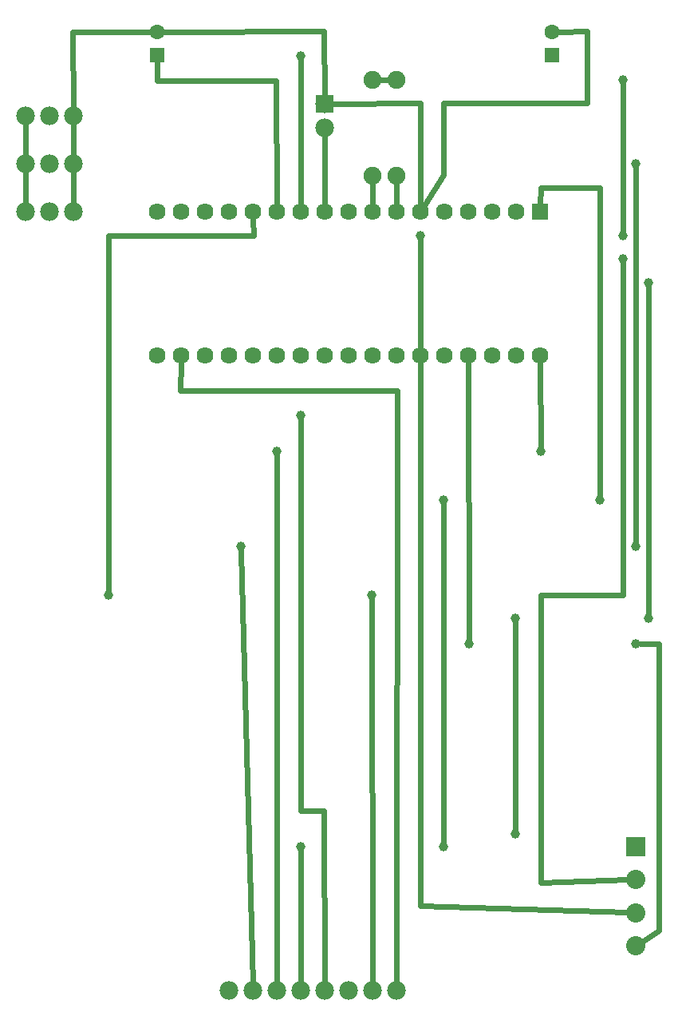
<source format=gbl>
G04 MADE WITH FRITZING*
G04 WWW.FRITZING.ORG*
G04 DOUBLE SIDED*
G04 HOLES PLATED*
G04 CONTOUR ON CENTER OF CONTOUR VECTOR*
%ASAXBY*%
%FSLAX23Y23*%
%MOIN*%
%OFA0B0*%
%SFA1.0B1.0*%
%ADD10C,0.078000*%
%ADD11C,0.070555*%
%ADD12C,0.070583*%
%ADD13C,0.080000*%
%ADD14C,0.062992*%
%ADD15C,0.075000*%
%ADD16C,0.039370*%
%ADD17R,0.070542X0.070570*%
%ADD18R,0.080000X0.080000*%
%ADD19R,0.062992X0.062992*%
%ADD20R,0.078000X0.078000*%
%ADD21C,0.024000*%
%LNCOPPER0*%
G90*
G70*
G54D10*
X277Y4056D03*
X177Y4056D03*
X77Y4056D03*
X277Y3856D03*
X177Y3856D03*
X77Y3856D03*
X277Y3656D03*
X177Y3656D03*
X77Y3656D03*
X927Y406D03*
X1027Y406D03*
X1127Y406D03*
X1227Y406D03*
X1327Y406D03*
X1427Y406D03*
X1527Y406D03*
X1627Y406D03*
G54D11*
X2227Y3656D03*
X2127Y3656D03*
X2027Y3656D03*
X1927Y3656D03*
X1827Y3656D03*
X1727Y3656D03*
X1627Y3656D03*
X1527Y3656D03*
X1427Y3656D03*
G54D12*
X1327Y3656D03*
X1227Y3656D03*
X1127Y3656D03*
G54D11*
X1027Y3656D03*
X927Y3656D03*
G54D12*
X827Y3656D03*
X727Y3656D03*
X627Y3656D03*
G54D11*
X2227Y3056D03*
X2127Y3056D03*
X2027Y3056D03*
X1927Y3056D03*
X1827Y3056D03*
X1727Y3056D03*
X1427Y3056D03*
G54D12*
X1327Y3056D03*
G54D11*
X1527Y3056D03*
X1627Y3056D03*
G54D12*
X1227Y3056D03*
X1127Y3056D03*
G54D11*
X1027Y3056D03*
X927Y3056D03*
G54D12*
X827Y3056D03*
X727Y3056D03*
X627Y3056D03*
G54D13*
X2627Y1006D03*
X2627Y868D03*
X2627Y730D03*
X2627Y592D03*
G54D14*
X627Y4307D03*
X627Y4406D03*
X2277Y4307D03*
X2277Y4406D03*
G54D10*
X1327Y4106D03*
X1327Y4006D03*
G54D15*
X1627Y3806D03*
X1627Y4206D03*
X1527Y3806D03*
X1527Y4206D03*
G54D16*
X2627Y1853D03*
X1929Y1853D03*
X2125Y1058D03*
X2125Y1957D03*
X2679Y1957D03*
X2627Y2257D03*
X2477Y2453D03*
X2229Y2655D03*
X1226Y2805D03*
X1226Y4304D03*
X2575Y3457D03*
X2679Y3359D03*
X2575Y3554D03*
X1727Y3554D03*
X2575Y4206D03*
X2627Y3854D03*
X978Y2257D03*
X1525Y2055D03*
X424Y2055D03*
X1128Y2655D03*
X1825Y2453D03*
X1825Y1006D03*
X1226Y1006D03*
G54D17*
X2227Y3656D03*
G54D18*
X2627Y1006D03*
G54D19*
X627Y4307D03*
X2277Y4307D03*
G54D20*
X1327Y4106D03*
G54D21*
X275Y4404D02*
X276Y4086D01*
D02*
X600Y4406D02*
X275Y4404D01*
D02*
X277Y3886D02*
X277Y4026D01*
D02*
X277Y3686D02*
X277Y3826D01*
D02*
X77Y4026D02*
X77Y3886D01*
D02*
X77Y3826D02*
X77Y3686D01*
D02*
X2229Y3756D02*
X2227Y3686D01*
D02*
X2477Y3756D02*
X2229Y3756D01*
D02*
X2477Y2472D02*
X2477Y3756D01*
D02*
X2227Y3026D02*
X2229Y2674D01*
D02*
X1327Y3976D02*
X1327Y3686D01*
D02*
X1323Y4408D02*
X1326Y4136D01*
D02*
X653Y4406D02*
X1323Y4408D01*
D02*
X627Y4203D02*
X627Y4281D01*
D02*
X1123Y4203D02*
X627Y4203D01*
D02*
X1126Y3686D02*
X1123Y4203D01*
D02*
X1727Y4108D02*
X1727Y3686D01*
D02*
X1357Y4106D02*
X1727Y4108D01*
D02*
X1555Y4206D02*
X1598Y4206D01*
D02*
X1527Y3777D02*
X1527Y3686D01*
D02*
X1627Y3686D02*
X1627Y3777D01*
D02*
X2627Y3835D02*
X2627Y2276D01*
D02*
X1226Y3686D02*
X1226Y4285D01*
D02*
X2425Y4108D02*
X2425Y4408D01*
D02*
X2425Y4408D02*
X2303Y4406D01*
D02*
X1825Y4108D02*
X2425Y4108D01*
D02*
X1825Y3809D02*
X1825Y4108D01*
D02*
X1743Y3681D02*
X1825Y3809D01*
D02*
X2229Y2055D02*
X2229Y856D01*
D02*
X2575Y2055D02*
X2229Y2055D01*
D02*
X2229Y856D02*
X2595Y867D01*
D02*
X2575Y3438D02*
X2575Y2055D01*
D02*
X2125Y1077D02*
X2125Y1938D01*
D02*
X2679Y1976D02*
X2679Y3340D01*
D02*
X1727Y758D02*
X1727Y3026D01*
D02*
X2595Y731D02*
X1727Y758D01*
D02*
X2725Y1853D02*
X2646Y1853D01*
D02*
X1929Y1872D02*
X1927Y3026D01*
D02*
X2725Y654D02*
X2725Y1853D01*
D02*
X2653Y609D02*
X2725Y654D01*
D02*
X2575Y3573D02*
X2575Y4187D01*
D02*
X1727Y3086D02*
X1727Y3535D01*
D02*
X1026Y436D02*
X978Y2238D01*
D02*
X1525Y2036D02*
X1526Y436D01*
D02*
X425Y3555D02*
X424Y2074D01*
D02*
X1029Y3555D02*
X425Y3555D01*
D02*
X1027Y3626D02*
X1029Y3555D01*
D02*
X1226Y1156D02*
X1226Y2786D01*
D02*
X1323Y1156D02*
X1226Y1156D01*
D02*
X1326Y436D02*
X1323Y1156D01*
D02*
X1128Y2636D02*
X1127Y436D01*
D02*
X1825Y1025D02*
X1825Y2434D01*
D02*
X1226Y436D02*
X1226Y987D01*
D02*
X724Y2909D02*
X726Y3026D01*
D02*
X1630Y2909D02*
X724Y2909D01*
D02*
X1627Y436D02*
X1630Y2909D01*
G04 End of Copper0*
M02*
</source>
